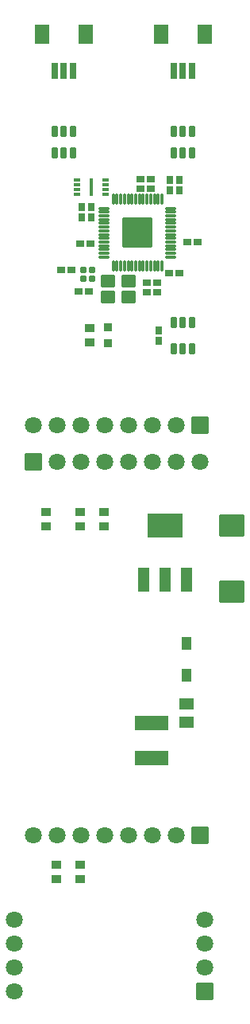
<source format=gts>
G04 Layer: TopSolderMaskLayer*
G04 EasyEDA v6.5.34, 2023-10-04 19:43:08*
G04 c11720abcaec4e6590754cbdbbe34226,5a6b42c53f6a479593ecc07194224c93,10*
G04 Gerber Generator version 0.2*
G04 Scale: 100 percent, Rotated: No, Reflected: No *
G04 Dimensions in millimeters *
G04 leading zeros omitted , absolute positions ,4 integer and 5 decimal *
%FSLAX45Y45*%
%MOMM*%

%AMMACRO1*1,1,$1,$2,$3*1,1,$1,$4,$5*1,1,$1,0-$2,0-$3*1,1,$1,0-$4,0-$5*20,1,$1,$2,$3,$4,$5,0*20,1,$1,$4,$5,0-$2,0-$3,0*20,1,$1,0-$2,0-$3,0-$4,0-$5,0*20,1,$1,0-$4,0-$5,$2,$3,0*4,1,4,$2,$3,$4,$5,0-$2,0-$3,0-$4,0-$5,$2,$3,0*%
%ADD10MACRO1,0.1016X-0.85X0.85X0.85X0.85*%
%ADD11C,1.8016*%
%ADD12MACRO1,0.1016X0.6885X0.5663X-0.6885X0.5663*%
%ADD13MACRO1,0.1016X0.6885X-0.5663X-0.6885X-0.5663*%
%ADD14MACRO1,0.1016X1.7496X-0.7033X-1.7496X-0.7033*%
%ADD15MACRO1,0.1016X1.7496X0.7033X-1.7496X0.7033*%
%ADD16MACRO1,0.1016X0.475X0.6X0.475X-0.6*%
%ADD17MACRO1,0.1016X-0.432X0.4032X0.432X0.4032*%
%ADD18MACRO1,0.1016X-0.432X-0.4032X0.432X-0.4032*%
%ADD19MACRO1,0.1016X-0.266X0.536X0.266X0.536*%
%ADD20MACRO1,0.1016X0.3X-0.775X-0.3X-0.775*%
%ADD21MACRO1,0.1016X0.75X-1X-0.75X-1*%
%ADD22MACRO1,0.1016X0.27X-0.395X-0.27X-0.395*%
%ADD23MACRO1,0.1016X0.27X0.395X-0.27X0.395*%
%ADD24MACRO1,0.1016X0.395X0.27X0.395X-0.27*%
%ADD25MACRO1,0.1016X-0.395X0.27X-0.395X-0.27*%
%ADD26MACRO1,0.1016X-0.27X0.395X0.27X0.395*%
%ADD27MACRO1,0.1016X-0.27X-0.395X0.27X-0.395*%
%ADD28MACRO1,0.1016X0.7X-0.6X0.7X0.6*%
%ADD29MACRO1,0.1016X-0.7X-0.6X-0.7X0.6*%
%ADD30MACRO1,0.1016X-0.7X0.6X-0.7X-0.6*%
%ADD31MACRO1,0.1016X0.7X0.6X0.7X-0.6*%
%ADD32MACRO1,0.1X-0.55X0.1X0.55X0.1*%
%ADD33MACRO1,0.1X-0.1X-0.55X-0.1X0.55*%
%ADD34MACRO1,0.1X0.55X-0.1X-0.55X-0.1*%
%ADD35MACRO1,0.1X0.1X0.55X0.1X-0.55*%
%ADD36MACRO1,0.1X-1.55X1.55X1.55X1.55*%
%ADD37MACRO1,0.1016X-0.395X-0.27X-0.395X0.27*%
%ADD38MACRO1,0.1016X0.395X-0.27X0.395X0.27*%
%ADD39MACRO1,0.1016X-0.3X0.14X0.3X0.14*%
%ADD40MACRO1,0.1016X0.15X-0.85X-0.15X-0.85*%
%ADD41MACRO1,0.1016X0.275X-0.275X-0.275X-0.275*%
%ADD42MACRO1,0.1016X-0.4X0.4X0.4X0.4*%
%ADD43MACRO1,0.1016X-0.525X-1.2325X0.525X-1.2325*%
%ADD44MACRO1,0.1016X1.77X-1.2325X-1.77X-1.2325*%
%ADD45MACRO1,0.1016X0.432X-0.4032X-0.432X-0.4032*%
%ADD46MACRO1,0.1016X0.432X0.4032X-0.432X0.4032*%
%ADD47MACRO1,0.1016X1.296X-1.1038X-1.296X-1.1038*%
%ADD48MACRO1,0.1016X1.296X1.1038X-1.296X1.1038*%
%ADD49MACRO1,0.1016X-0.275X-0.5X-0.275X0.5*%
%ADD50MACRO1,0.1016X-0.85X-0.85X0.85X-0.85*%
%ADD51MACRO1,0.1016X0.85X0.85X-0.85X0.85*%
%ADD52MACRO1,0.1016X0.85X-0.85X0.85X0.85*%
%ADD53C,0.0109*%

%LPD*%
D10*
G01*
X2937494Y3216894D03*
D11*
G01*
X2683497Y3216897D03*
G01*
X2429497Y3216897D03*
G01*
X2175497Y3216897D03*
G01*
X1921497Y3216897D03*
G01*
X1667497Y3216897D03*
G01*
X1413497Y3216897D03*
G01*
X1159497Y3216897D03*
D12*
G01*
X2793996Y4424573D03*
D13*
G01*
X2793996Y4617826D03*
D14*
G01*
X2425700Y4414433D03*
D15*
G01*
X2425700Y4043766D03*
D16*
G01*
X2794000Y4922697D03*
G01*
X2794000Y5262702D03*
D17*
G01*
X1917700Y6503275D03*
D18*
G01*
X1917700Y6653924D03*
D17*
G01*
X1663700Y6503275D03*
D18*
G01*
X1663700Y6653924D03*
D17*
G01*
X1663700Y2756775D03*
D18*
G01*
X1663700Y2907424D03*
D17*
G01*
X1409700Y2756775D03*
D18*
G01*
X1409700Y2907424D03*
D19*
G01*
X1390904Y10476890D03*
G01*
X1485900Y10476890D03*
G01*
X1580895Y10476890D03*
G01*
X1580895Y10706709D03*
G01*
X1485900Y10706709D03*
G01*
X1390904Y10706709D03*
D20*
G01*
X1585899Y11350548D03*
G01*
X1485900Y11350548D03*
G01*
X1385900Y11350548D03*
D21*
G01*
X1255899Y11738048D03*
G01*
X1715898Y11738048D03*
D22*
G01*
X2616197Y10189108D03*
D23*
G01*
X2616197Y10080096D03*
D24*
G01*
X2307691Y10096502D03*
D25*
G01*
X2416703Y10096502D03*
D26*
G01*
X2717797Y10080096D03*
D27*
G01*
X2717797Y10189108D03*
D28*
G01*
X1960100Y8944711D03*
D29*
G01*
X2180099Y8944711D03*
D30*
G01*
X2180099Y9114713D03*
D31*
G01*
X1960100Y9114713D03*
D24*
G01*
X1647294Y9004300D03*
D25*
G01*
X1756305Y9004300D03*
D24*
G01*
X2371191Y8991602D03*
D25*
G01*
X2480203Y8991602D03*
D24*
G01*
X2371191Y9093202D03*
D25*
G01*
X2480203Y9093202D03*
D32*
G01*
X1918290Y9886607D03*
G01*
X1918290Y9846602D03*
G01*
X1918290Y9806597D03*
G01*
X1918290Y9766592D03*
G01*
X1918290Y9726612D03*
G01*
X1918290Y9686607D03*
G01*
X1918290Y9646602D03*
G01*
X1918290Y9606597D03*
G01*
X1918290Y9566592D03*
G01*
X1918290Y9526612D03*
G01*
X1918290Y9486607D03*
G01*
X1918290Y9446602D03*
G01*
X1918290Y9406597D03*
G01*
X1918290Y9366592D03*
D33*
G01*
X2013305Y9271604D03*
G01*
X2053285Y9271604D03*
G01*
X2093290Y9271604D03*
G01*
X2133295Y9271604D03*
G01*
X2173300Y9271604D03*
G01*
X2213305Y9271604D03*
G01*
X2253284Y9271604D03*
G01*
X2293289Y9271604D03*
G01*
X2333294Y9271604D03*
G01*
X2373299Y9271604D03*
G01*
X2413304Y9271604D03*
G01*
X2453284Y9271604D03*
G01*
X2493289Y9271604D03*
G01*
X2533294Y9271604D03*
D34*
G01*
X2628308Y9366592D03*
G01*
X2628308Y9406597D03*
G01*
X2628308Y9446602D03*
G01*
X2628308Y9486607D03*
G01*
X2628308Y9526612D03*
G01*
X2628308Y9566592D03*
G01*
X2628308Y9606597D03*
G01*
X2628308Y9646602D03*
G01*
X2628308Y9686607D03*
G01*
X2628308Y9726612D03*
G01*
X2628308Y9766592D03*
G01*
X2628308Y9806597D03*
G01*
X2628308Y9846602D03*
G01*
X2628308Y9886607D03*
D35*
G01*
X2533294Y9981595D03*
G01*
X2493289Y9981595D03*
G01*
X2453284Y9981595D03*
G01*
X2413304Y9981595D03*
G01*
X2373299Y9981595D03*
G01*
X2333294Y9981595D03*
G01*
X2293289Y9981595D03*
G01*
X2253284Y9981595D03*
G01*
X2213305Y9981595D03*
G01*
X2173300Y9981595D03*
G01*
X2133295Y9981595D03*
G01*
X2093290Y9981595D03*
G01*
X2053285Y9981595D03*
G01*
X2013305Y9981595D03*
D36*
G01*
X2273294Y9626605D03*
D37*
G01*
X2416703Y10198102D03*
D38*
G01*
X2307691Y10198102D03*
D24*
G01*
X2612491Y9194802D03*
D25*
G01*
X2721503Y9194802D03*
D24*
G01*
X2802994Y9525000D03*
D25*
G01*
X2912005Y9525000D03*
D39*
G01*
X1928738Y10034198D03*
G01*
X1928738Y10084211D03*
G01*
X1928738Y10134198D03*
G01*
X1928738Y10184211D03*
G01*
X1627256Y10034198D03*
G01*
X1627256Y10084211D03*
G01*
X1627256Y10134198D03*
G01*
X1627256Y10184211D03*
D40*
G01*
X1777994Y10109202D03*
D22*
G01*
X1778000Y9897003D03*
D23*
G01*
X1778000Y9787991D03*
D22*
G01*
X1676400Y9897003D03*
D23*
G01*
X1676400Y9787991D03*
D37*
G01*
X1769003Y9512302D03*
D38*
G01*
X1659991Y9512302D03*
D37*
G01*
X1565803Y9232902D03*
D38*
G01*
X1456791Y9232902D03*
D41*
G01*
X1787401Y9134576D03*
G01*
X1787401Y9229592D03*
G01*
X1692379Y9229597D03*
G01*
X1692380Y9134576D03*
D42*
G01*
X1955797Y8449312D03*
G01*
X1955797Y8619492D03*
D20*
G01*
X2855899Y11350548D03*
G01*
X2755900Y11350548D03*
G01*
X2655900Y11350548D03*
D21*
G01*
X2525899Y11738048D03*
G01*
X2985898Y11738048D03*
D43*
G01*
X2335400Y5937250D03*
G01*
X2565400Y5937250D03*
G01*
X2795399Y5937250D03*
D44*
G01*
X2565400Y6508750D03*
D19*
G01*
X2660904Y10476890D03*
G01*
X2755900Y10476890D03*
G01*
X2850895Y10476890D03*
G01*
X2850895Y10706709D03*
G01*
X2755900Y10706709D03*
G01*
X2660904Y10706709D03*
D45*
G01*
X1765300Y8609724D03*
D46*
G01*
X1765300Y8459075D03*
D17*
G01*
X1295400Y6503275D03*
D18*
G01*
X1295400Y6653924D03*
D47*
G01*
X3276600Y6510624D03*
D48*
G01*
X3276600Y5808375D03*
D49*
G01*
X2660896Y8674402D03*
G01*
X2755892Y8674402D03*
G01*
X2850888Y8674402D03*
G01*
X2850888Y8394392D03*
G01*
X2755892Y8394392D03*
G01*
X2660896Y8394392D03*
D26*
G01*
X2501900Y8479894D03*
D27*
G01*
X2501900Y8588905D03*
D50*
G01*
X2938294Y7578498D03*
D11*
G01*
X2684297Y7578496D03*
G01*
X2430297Y7578496D03*
G01*
X2176297Y7578496D03*
G01*
X1922297Y7578496D03*
G01*
X1668297Y7578496D03*
G01*
X1414297Y7578496D03*
G01*
X1160297Y7578496D03*
D51*
G01*
X1159494Y7186470D03*
D11*
G01*
X1413492Y7186472D03*
G01*
X1667492Y7186472D03*
G01*
X1921492Y7186472D03*
G01*
X2175492Y7186472D03*
G01*
X2429492Y7186472D03*
G01*
X2683492Y7186472D03*
G01*
X2937492Y7186472D03*
D52*
G01*
X2990799Y1562100D03*
D11*
G01*
X2990799Y1816100D03*
G01*
X2990799Y2070100D03*
G01*
X2990799Y2324100D03*
G01*
X958799Y2324100D03*
G01*
X958799Y1562100D03*
G01*
X958799Y1816100D03*
G01*
X958799Y2070100D03*
M02*

</source>
